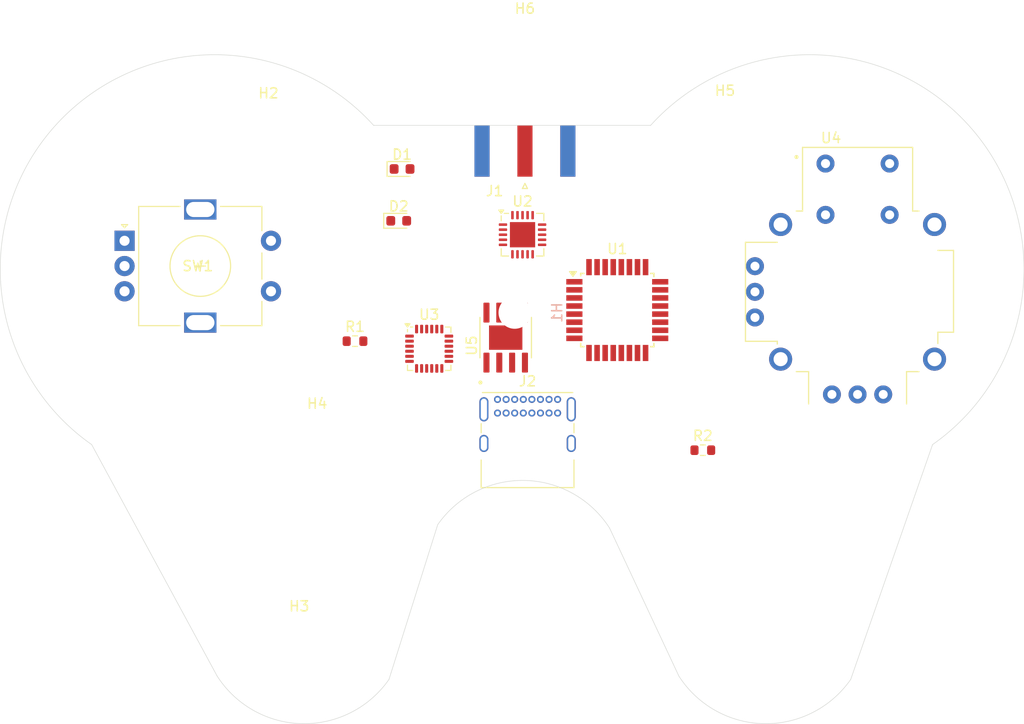
<source format=kicad_pcb>
(kicad_pcb (version 20240108) (generator "pcbnew") (generator_version "8.0")
  (layers (0 "F.Cu" signal) (31 "B.Cu" signal) (34 "B.Paste" user) (35 "F.Paste" user) (36 "B.SilkS" user "B.Silkscreen") (37 "F.SilkS" user "F.Silkscreen") (38 "B.Mask" user) (39 "F.Mask" user) (44 "Edge.Cuts" user))
  (net 0 "")
  (net 8 "Net-(U1-VCC-Pad4)")
  (net 11 "Net-(U1-GND-Pad21)")
  (net 54 "Net-(D1-K)")
  (net 55 "Net-(D1-A)")
  (net 56 "Net-(D2-K)")
  (net 78 "Net-(D2-A)")
  (net 87 "Net-(J2-VBUS-PadA4)")
  (net 91 "Net-(J2-GND-PadA1)")
  (net 106 "Net-(U4-SHIELD-PadS1)")
  (footprint "CREPP_Joysticks_SW:XDCR_COM-09032" (layer "F.Cu") (at 237.407777 117.321)
    (property "Reference" "U4" (at -2.625 -15.235 0) (layer "F.SilkS"))
    (property "Value" "COM-09032")
    (fp_line (start -11.1 -4.9) (end -7.95 -4.9) (stroke (width 0.127)) (layer "F.SilkS"))
    (fp_line (start -11.1 4.9) (end -11.1 -4.9) (stroke (width 0.127)) (layer "F.SilkS"))
    (fp_line (start -7.95 4.9) (end -11.1 4.9) (stroke (width 0.127)) (layer "F.SilkS"))
    (fp_line (start -7.95 5.17) (end -7.95 4.9) (stroke (width 0.127)) (layer "F.SilkS"))
    (fp_line (start -6.07 -8) (end -5.45 -8) (stroke (width 0.127)) (layer "F.SilkS"))
    (fp_line (start -5.45 -14.3) (end 5.45 -14.3) (stroke (width 0.127)) (layer "F.SilkS"))
    (fp_line (start -5.45 -8) (end -5.45 -14.3) (stroke (width 0.127)) (layer "F.SilkS"))
    (fp_line (start -4.85 7.9) (end -6.07 7.9) (stroke (width 0.127)) (layer "F.SilkS"))
    (fp_line (start -4.85 11.1) (end -4.85 7.9) (stroke (width 0.127)) (layer "F.SilkS"))
    (fp_line (start 4.85 7.9) (end 4.85 11.1) (stroke (width 0.127)) (layer "F.SilkS"))
    (fp_line (start 5.45 -14.3) (end 5.45 -8) (stroke (width 0.127)) (layer "F.SilkS"))
    (fp_line (start 5.45 -8) (end 6.08 -8) (stroke (width 0.127)) (layer "F.SilkS"))
    (fp_line (start 6.08 7.9) (end 4.85 7.9) (stroke (width 0.127)) (layer "F.SilkS"))
    (fp_line (start 7.95 -4.1) (end 9.5 -4.1) (stroke (width 0.127)) (layer "F.SilkS"))
    (fp_line (start 7.95 4) (end 7.95 5.12) (stroke (width 0.127)) (layer "F.SilkS"))
    (fp_line (start 9.5 -4.1) (end 9.5 4) (stroke (width 0.127)) (layer "F.SilkS"))
    (fp_line (start 9.5 4) (end 7.95 4) (stroke (width 0.127)) (layer "F.SilkS"))
    (fp_circle (center -6.05 -13.35) (end -5.95 -13.35) (stroke (width 0.2)) (fill none) (layer "F.SilkS"))
    (pad "B1A" thru_hole circle (at -3.175 -12.7) (size 1.778 1.778) (drill 0.9) (layers "*.Cu" "*.Mask"))
    (pad "B1B" thru_hole circle (at 3.175 -12.7) (size 1.778 1.778) (drill 0.9) (layers "*.Cu" "*.Mask"))
    (pad "B2A" thru_hole circle (at -3.175 -7.62) (size 1.778 1.778) (drill 0.9) (layers "*.Cu" "*.Mask"))
    (pad "B2B" thru_hole circle (at 3.175 -7.62) (size 1.778 1.778) (drill 0.9) (layers "*.Cu" "*.Mask"))
    (pad "H1" thru_hole circle (at -2.54 10.16) (size 1.778 1.778) (drill 0.889) (layers "*.Cu" "*.Mask"))
    (pad "H2" thru_hole circle (at 0 10.16) (size 1.778 1.778) (drill 0.889) (layers "*.Cu" "*.Mask"))
    (pad "H3" thru_hole circle (at 2.54 10.16) (size 1.778 1.778) (drill 0.889) (layers "*.Cu" "*.Mask"))
    (pad "S1" thru_hole circle (at -7.62 -6.6675) (size 2.286 2.286) (drill 1.397) (layers "*.Cu" "*.Mask") (net 106 "Net-(U4-SHIELD-PadS1)"))
    (pad "S2" thru_hole circle (at -7.62 6.6675) (size 2.286 2.286) (drill 1.397) (layers "*.Cu" "*.Mask") (net 106 "Net-(U4-SHIELD-PadS1)"))
    (pad "S3" thru_hole circle (at 7.62 6.6675) (size 2.286 2.286) (drill 1.397) (layers "*.Cu" "*.Mask") (net 106 "Net-(U4-SHIELD-PadS1)"))
    (pad "S4" thru_hole circle (at 7.62 -6.6675) (size 2.286 2.286) (drill 1.397) (layers "*.Cu" "*.Mask") (net 106 "Net-(U4-SHIELD-PadS1)"))
    (pad "V1" thru_hole circle (at -10.16 -2.54) (size 1.778 1.778) (drill 0.889) (layers "*.Cu" "*.Mask"))
    (pad "V2" thru_hole circle (at -10.16 0) (size 1.778 1.778) (drill 0.889) (layers "*.Cu" "*.Mask"))
    (pad "V3" thru_hole circle (at -10.16 2.54) (size 1.778 1.778) (drill 0.889) (layers "*.Cu" "*.Mask"))
  )
  (footprint "MountingHole:MountingHole_3.2mm_M3" (layer "F.Cu") (at 179.07 101.854)
    (property "Reference" "H2" (at 0 -4.2 0) (layer "F.SilkS"))
    (property "Value" "MountingHole")
    (pad "" np_thru_hole circle (at 0 0) (size 3.2 3.2) (drill 3.2) (layers "*.Cu" "*.Mask"))
  )
  (footprint "LED_SMD:LED_0603_1608Metric" (layer "F.Cu") (at 191.972 110.288)
    (property "Reference" "D2" (at 0 -1.43 0) (layer "F.SilkS"))
    (property "Value" "LED")
    (fp_line (start -1.485 -0.735) (end -1.485 0.735) (stroke (width 0.12)) (layer "F.SilkS"))
    (fp_line (start -1.485 0.735) (end 0.8 0.735) (stroke (width 0.12)) (layer "F.SilkS"))
    (fp_line (start 0.8 -0.735) (end -1.485 -0.735) (stroke (width 0.12)) (layer "F.SilkS"))
    (pad "1" smd roundrect (at -0.7875 0) (size 0.875 0.95) (layers "F.Cu" "F.Paste" "F.Mask") (net 56 "Net-(D2-K)"))
    (pad "2" smd roundrect (at 0.7875 0) (size 0.875 0.95) (layers "F.Cu" "F.Paste" "F.Mask") (net 78 "Net-(D2-A)"))
  )
  (footprint "CREPP:VIRTUAL_FOOTPRINT" (layer "F.Cu") (at 172.72 110.998 180)
    (property "Reference" "V1" (hide yes))
    (property "Value" "~" (hide yes))
  )
  (footprint "CREPP_RotaryEncoders:RotaryEncoder" (layer "F.Cu") (at 164.824 112.268)
    (property "Reference" "SW1" (at 7.25 2.5 0) (layer "F.SilkS"))
    (property "Value" "RotaryEncoder_Switch" (hide yes))
    (fp_line (start -0.3 -1.6) (end 0.3 -1.6) (stroke (width 0.12)) (layer "F.SilkS"))
    (fp_line (start 0 -1.3) (end -0.3 -1.6) (stroke (width 0.12)) (layer "F.SilkS"))
    (fp_line (start 0.3 -1.6) (end 0 -1.3) (stroke (width 0.12)) (layer "F.SilkS"))
    (fp_line (start 1.4 -3.4) (end 1.4 8.4) (stroke (width 0.12)) (layer "F.SilkS"))
    (fp_line (start 5.5 -3.4) (end 1.4 -3.4) (stroke (width 0.12)) (layer "F.SilkS"))
    (fp_line (start 5.5 8.4) (end 1.4 8.4) (stroke (width 0.12)) (layer "F.SilkS"))
    (fp_line (start 7 2.5) (end 8 2.5) (stroke (width 0.12)) (layer "F.SilkS"))
    (fp_line (start 7.5 2) (end 7.5 3) (stroke (width 0.12)) (layer "F.SilkS"))
    (fp_line (start 9.5 -3.4) (end 13.6 -3.4) (stroke (width 0.12)) (layer "F.SilkS"))
    (fp_line (start 13.6 -3.4) (end 13.6 -1) (stroke (width 0.12)) (layer "F.SilkS"))
    (fp_line (start 13.6 1.2) (end 13.6 3.8) (stroke (width 0.12)) (layer "F.SilkS"))
    (fp_line (start 13.6 6) (end 13.6 8.4) (stroke (width 0.12)) (layer "F.SilkS"))
    (fp_line (start 13.6 8.4) (end 9.5 8.4) (stroke (width 0.12)) (layer "F.SilkS"))
    (fp_circle (center 7.5 2.5) (end 10.5 2.5) (stroke (width 0.12)) (fill none) (layer "F.SilkS"))
    (pad "A" thru_hole rect (at 0 0) (size 2 2) (drill 1) (layers "*.Cu" "*.Mask"))
    (pad "B" thru_hole circle (at 0 5) (size 2 2) (drill 1) (layers "*.Cu" "*.Mask"))
    (pad "C" thru_hole circle (at 0 2.5) (size 2 2) (drill 1) (layers "*.Cu" "*.Mask"))
    (pad "MP" thru_hole rect (at 7.5 -3.1) (size 3.2 2) (drill oval 2.8 1.5) (layers "*.Cu" "*.Mask"))
    (pad "MP" thru_hole rect (at 7.5 8.1) (size 3.2 2) (drill oval 2.8 1.5) (layers "*.Cu" "*.Mask"))
    (pad "S1" thru_hole circle (at 14.5 5) (size 2 2) (drill 1) (layers "*.Cu" "*.Mask"))
    (pad "S2" thru_hole circle (at 14.5 0) (size 2 2) (drill 1) (layers "*.Cu" "*.Mask"))
  )
  (footprint "Package_DFN_QFN:QFN-20-1EP_4x4mm_P0.5mm_EP2.5x2.5mm" (layer "F.Cu") (at 204.232 111.6655)
    (property "Reference" "U2" (at 0 -3.3 0) (layer "F.SilkS"))
    (property "Value" "NRF24L01")
    (fp_line (start -2.11 -1.385) (end -2.11 -1.87) (stroke (width 0.12)) (layer "F.SilkS"))
    (fp_line (start -2.11 2.11) (end -2.11 1.385) (stroke (width 0.12)) (layer "F.SilkS"))
    (fp_line (start -1.385 -2.11) (end -1.81 -2.11) (stroke (width 0.12)) (layer "F.SilkS"))
    (fp_line (start -1.385 2.11) (end -2.11 2.11) (stroke (width 0.12)) (layer "F.SilkS"))
    (fp_line (start 1.385 -2.11) (end 2.11 -2.11) (stroke (width 0.12)) (layer "F.SilkS"))
    (fp_line (start 1.385 2.11) (end 2.11 2.11) (stroke (width 0.12)) (layer "F.SilkS"))
    (fp_line (start 2.11 -2.11) (end 2.11 -1.385) (stroke (width 0.12)) (layer "F.SilkS"))
    (fp_line (start 2.11 2.11) (end 2.11 1.385) (stroke (width 0.12)) (layer "F.SilkS"))
    (fp_poly (pts (xy -2.11 -2.11) (xy -2.35 -2.44) (xy -1.87 -2.44) (xy -2.11 -2.11)) (stroke (width 0.12)) (fill solid) (layer "F.SilkS"))
    (pad "1" smd roundrect (at -1.9375 -1) (size 0.825 0.25) (layers "F.Cu" "F.Paste" "F.Mask"))
    (pad "2" smd roundrect (at -1.9375 -0.5) (size 0.825 0.25) (layers "F.Cu" "F.Paste" "F.Mask"))
    (pad "3" smd roundrect (at -1.9375 0) (size 0.825 0.25) (layers "F.Cu" "F.Paste" "F.Mask"))
    (pad "4" smd roundrect (at -1.9375 0.5) (size 0.825 0.25) (layers "F.Cu" "F.Paste" "F.Mask"))
    (pad "5" smd roundrect (at -1.9375 1) (size 0.825 0.25) (layers "F.Cu" "F.Paste" "F.Mask"))
    (pad "6" smd roundrect (at -1 1.9375) (size 0.25 0.825) (layers "F.Cu" "F.Paste" "F.Mask"))
    (pad "7" smd roundrect (at -0.5 1.9375) (size 0.25 0.825) (layers "F.Cu" "F.Paste" "F.Mask"))
    (pad "8" smd roundrect (at 0 1.9375) (size 0.25 0.825) (layers "F.Cu" "F.Paste" "F.Mask"))
    (pad "9" smd roundrect (at 0.5 1.9375) (size 0.25 0.825) (layers "F.Cu" "F.Paste" "F.Mask"))
    (pad "10" smd roundrect (at 1 1.9375) (size 0.25 0.825) (layers "F.Cu" "F.Paste" "F.Mask"))
    (pad "11" smd roundrect (at 1.9375 1) (size 0.825 0.25) (layers "F.Cu" "F.Paste" "F.Mask"))
    (pad "12" smd roundrect (at 1.9375 0.5) (size 0.825 0.25) (layers "F.Cu" "F.Paste" "F.Mask"))
    (pad "13" smd roundrect (at 1.9375 0) (size 0.825 0.25) (layers "F.Cu" "F.Paste" "F.Mask"))
    (pad "14" smd roundrect (at 1.9375 -0.5) (size 0.825 0.25) (layers "F.Cu" "F.Paste" "F.Mask"))
    (pad "15" smd roundrect (at 1.9375 -1) (size 0.825 0.25) (layers "F.Cu" "F.Paste" "F.Mask"))
    (pad "16" smd roundrect (at 1 -1.9375) (size 0.25 0.825) (layers "F.Cu" "F.Paste" "F.Mask"))
    (pad "17" smd roundrect (at 0.5 -1.9375) (size 0.25 0.825) (layers "F.Cu" "F.Paste" "F.Mask"))
    (pad "18" smd roundrect (at 0 -1.9375) (size 0.25 0.825) (layers "F.Cu" "F.Paste" "F.Mask"))
    (pad "19" smd roundrect (at -0.5 -1.9375) (size 0.25 0.825) (layers "F.Cu" "F.Paste" "F.Mask"))
    (pad "20" smd roundrect (at -1 -1.9375) (size 0.25 0.825) (layers "F.Cu" "F.Paste" "F.Mask"))
    (pad "21" smd rect (at 0 0) (size 2.5 2.5) (property pad_prop_heatsink) (layers "F.Cu" "F.Mask"))
  )
  (footprint "CREPP_SMA:SMA_Amphenol_132289_EdgeMount" (layer "F.Cu") (at 204.47 103.378 90)
    (property "Reference" "J1" (at -3.96 -3 0) (layer "F.SilkS"))
    (property "Value" "Connecteur_SMA")
    (fp_line (start -3.71 -0.25) (end -3.71 0.25) (stroke (width 0.12)) (layer "F.SilkS"))
    (fp_line (start -3.21 0) (end -3.71 -0.25) (stroke (width 0.12)) (layer "F.SilkS"))
    (fp_line (start -3.71 0.25) (end -3.21 0) (stroke (width 0.12)) (layer "F.SilkS"))
    (pad "1" smd rect (at 0 0 180) (size 1.5 5.08) (layers "F.Cu" "F.Paste" "F.Mask"))
    (pad "2" smd rect (at 0 -4.25 180) (size 1.5 5.08) (layers "F.Cu" "F.Paste" "F.Mask"))
    (pad "2" smd rect (at 0 -4.25 180) (size 1.5 5.08) (layers "B.Cu" "B.Paste" "B.Mask"))
    (pad "2" smd rect (at 0 4.25 180) (size 1.5 5.08) (layers "F.Cu" "F.Paste" "F.Mask"))
    (pad "2" smd rect (at 0 4.25 180) (size 1.5 5.08) (layers "B.Cu" "B.Paste" "B.Mask"))
  )
  (footprint "Sensor_Motion:InvenSense_QFN-24_4x4mm_P0.5mm" (layer "F.Cu") (at 194.99 122.956)
    (property "Reference" "U3" (at 0 -3.375 0) (layer "F.SilkS"))
    (property "Value" "MPU-6050")
    (fp_line (start -2.15 -1.685) (end -2.15 -1.91) (stroke (width 0.12)) (layer "F.SilkS"))
    (fp_line (start -2.15 2.15) (end -2.15 1.625) (stroke (width 0.12)) (layer "F.SilkS"))
    (fp_line (start -2.15 2.15) (end -1.625 2.15) (stroke (width 0.12)) (layer "F.SilkS"))
    (fp_line (start -1.625 -2.15) (end -1.85 -2.15) (stroke (width 0.12)) (layer "F.SilkS"))
    (fp_line (start 2.15 -2.15) (end 1.625 -2.15) (stroke (width 0.12)) (layer "F.SilkS"))
    (fp_line (start 2.15 -2.15) (end 2.15 -1.625) (stroke (width 0.12)) (layer "F.SilkS"))
    (fp_line (start 2.15 2.15) (end 1.625 2.15) (stroke (width 0.12)) (layer "F.SilkS"))
    (fp_line (start 2.15 2.15) (end 2.15 1.625) (stroke (width 0.12)) (layer "F.SilkS"))
    (fp_poly (pts (xy -2.15 -2.15) (xy -2.39 -2.48) (xy -1.91 -2.48) (xy -2.15 -2.15)) (stroke (width 0.12)) (fill solid) (layer "F.SilkS"))
    (pad "1" smd roundrect (at -1.95 -1.25) (size 0.85 0.3) (layers "F.Cu" "F.Paste" "F.Mask"))
    (pad "2" smd roundrect (at -1.95 -0.75) (size 0.85 0.3) (layers "F.Cu" "F.Paste" "F.Mask"))
    (pad "3" smd roundrect (at -1.95 -0.25) (size 0.85 0.3) (layers "F.Cu" "F.Paste" "F.Mask"))
    (pad "4" smd roundrect (at -1.95 0.25) (size 0.85 0.3) (layers "F.Cu" "F.Paste" "F.Mask"))
    (pad "5" smd roundrect (at -1.95 0.75) (size 0.85 0.3) (layers "F.Cu" "F.Paste" "F.Mask"))
    (pad "6" smd roundrect (at -1.95 1.25) (size 0.85 0.3) (layers "F.Cu" "F.Paste" "F.Mask"))
    (pad "7" smd roundrect (at -1.25 1.95 90) (size 0.85 0.3) (layers "F.Cu" "F.Paste" "F.Mask"))
    (pad "8" smd roundrect (at -0.75 1.95 90) (size 0.85 0.3) (layers "F.Cu" "F.Paste" "F.Mask"))
    (pad "9" smd roundrect (at -0.25 1.95 90) (size 0.85 0.3) (layers "F.Cu" "F.Paste" "F.Mask"))
    (pad "10" smd roundrect (at 0.25 1.95 90) (size 0.85 0.3) (layers "F.Cu" "F.Paste" "F.Mask"))
    (pad "11" smd roundrect (at 0.75 1.95 90) (size 0.85 0.3) (layers "F.Cu" "F.Paste" "F.Mask"))
    (pad "12" smd roundrect (at 1.25 1.95 90) (size 0.85 0.3) (layers "F.Cu" "F.Paste" "F.Mask"))
    (pad "13" smd roundrect (at 1.95 1.25) (size 0.85 0.3) (layers "F.Cu" "F.Paste" "F.Mask"))
    (pad "14" smd roundrect (at 1.95 0.75) (size 0.85 0.3) (layers "F.Cu" "F.Paste" "F.Mask"))
    (pad "15" smd roundrect (at 1.95 0.25) (size 0.85 0.3) (layers "F.Cu" "F.Paste" "F.Mask"))
    (pad "16" smd roundrect (at 1.95 -0.25) (size 0.85 0.3) (layers "F.Cu" "F.Paste" "F.Mask"))
    (pad "17" smd roundrect (at 1.95 -0.75) (size 0.85 0.3) (layers "F.Cu" "F.Paste" "F.Mask"))
    (pad "18" smd roundrect (at 1.95 -1.25) (size 0.85 0.3) (layers "F.Cu" "F.Paste" "F.Mask"))
    (pad "19" smd roundrect (at 1.25 -1.95 90) (size 0.85 0.3) (layers "F.Cu" "F.Paste" "F.Mask"))
    (pad "20" smd roundrect (at 0.75 -1.95 90) (size 0.85 0.3) (layers "F.Cu" "F.Paste" "F.Mask"))
    (pad "21" smd roundrect (at 0.25 -1.95 90) (size 0.85 0.3) (layers "F.Cu" "F.Paste" "F.Mask"))
    (pad "22" smd roundrect (at -0.25 -1.95 90) (size 0.85 0.3) (layers "F.Cu" "F.Paste" "F.Mask"))
    (pad "23" smd roundrect (at -0.75 -1.95 90) (size 0.85 0.3) (layers "F.Cu" "F.Paste" "F.Mask"))
    (pad "24" smd roundrect (at -1.25 -1.95 90) (size 0.85 0.3) (layers "F.Cu" "F.Paste" "F.Mask"))
  )
  (footprint "MountingHole:MountingHole_3.2mm_M3" (layer "F.Cu") (at 224.282 101.6)
    (property "Reference" "H5" (at 0 -4.2 0) (layer "F.SilkS"))
    (property "Value" "MountingHole")
    (pad "" np_thru_hole circle (at 0 0) (size 3.2 3.2) (drill 3.2) (layers "*.Cu" "*.Mask"))
  )
  (footprint "Resistor_SMD:R_0603_1608Metric" (layer "F.Cu") (at 187.6435 122.206)
    (property "Reference" "R1" (at 0 -1.43 0) (layer "F.SilkS"))
    (property "Value" "270")
    (fp_line (start -0.237258 -0.5225) (end 0.237258 -0.5225) (stroke (width 0.12)) (layer "F.SilkS"))
    (fp_line (start -0.237258 0.5225) (end 0.237258 0.5225) (stroke (width 0.12)) (layer "F.SilkS"))
    (pad "1" smd roundrect (at -0.825 0) (size 0.8 0.95) (layers "F.Cu" "F.Paste" "F.Mask"))
    (pad "2" smd roundrect (at 0.825 0) (size 0.8 0.95) (layers "F.Cu" "F.Paste" "F.Mask") (net 55 "Net-(D1-A)"))
  )
  (footprint "MountingHole:MountingHole_3.2mm_M3" (layer "F.Cu") (at 204.47 93.472)
    (property "Reference" "H6" (at 0 -4.2 0) (layer "F.SilkS"))
    (property "Value" "MountingHole")
    (pad "" np_thru_hole circle (at 0 0) (size 3.2 3.2) (drill 3.2) (layers "*.Cu" "*.Mask"))
  )
  (footprint "Package_QFP:TQFP-32_7x7mm_P0.8mm" (layer "F.Cu") (at 213.614 119.126)
    (property "Reference" "U1" (at 0 -6.05 0) (layer "F.SilkS"))
    (property "Value" "ATmega328P-A")
    (fp_line (start -3.625 -3.625) (end -3.625 -3.4) (stroke (width 0.15)) (layer "F.SilkS"))
    (fp_line (start -3.625 -3.625) (end -3.3 -3.625) (stroke (width 0.15)) (layer "F.SilkS"))
    (fp_line (start -3.625 3.625) (end -3.625 3.3) (stroke (width 0.15)) (layer "F.SilkS"))
    (fp_line (start -3.625 3.625) (end -3.3 3.625) (stroke (width 0.15)) (layer "F.SilkS"))
    (fp_line (start 3.625 -3.625) (end 3.3 -3.625) (stroke (width 0.15)) (layer "F.SilkS"))
    (fp_line (start 3.625 -3.625) (end 3.625 -3.3) (stroke (width 0.15)) (layer "F.SilkS"))
    (fp_line (start 3.625 3.625) (end 3.3 3.625) (stroke (width 0.15)) (layer "F.SilkS"))
    (fp_line (start 3.625 3.625) (end 3.625 3.3) (stroke (width 0.15)) (layer "F.SilkS"))
    (fp_poly (pts (xy -4.39 -3.34) (xy -4.73 -3.81) (xy -4.05 -3.81) (xy -4.39 -3.34)) (stroke (width 0.12)) (fill solid) (layer "F.SilkS"))
    (pad "1" smd rect (at -4.25 -2.8) (size 1.6 0.55) (layers "F.Cu" "F.Paste" "F.Mask"))
    (pad "2" smd rect (at -4.25 -2) (size 1.6 0.55) (layers "F.Cu" "F.Paste" "F.Mask"))
    (pad "3" smd rect (at -4.25 -1.2) (size 1.6 0.55) (layers "F.Cu" "F.Paste" "F.Mask") (net 11 "Net-(U1-GND-Pad21)"))
    (pad "4" smd rect (at -4.25 -0.4) (size 1.6 0.55) (layers "F.Cu" "F.Paste" "F.Mask") (net 8 "Net-(U1-VCC-Pad4)"))
    (pad "5" smd rect (at -4.25 0.4) (size 1.6 0.55) (layers "F.Cu" "F.Paste" "F.Mask") (net 11 "Net-(U1-GND-Pad21)"))
    (pad "6" smd rect (at -4.25 1.2) (size 1.6 0.55) (layers "F.Cu" "F.Paste" "F.Mask") (net 8 "Net-(U1-VCC-Pad4)"))
    (pad "7" smd rect (at -4.25 2) (size 1.6 0.55) (layers "F.Cu" "F.Paste" "F.Mask"))
    (pad "8" smd rect (at -4.25 2.8) (size 1.6 0.55) (layers "F.Cu" "F.Paste" "F.Mask"))
    (pad "9" smd rect (at -2.8 4.25 90) (size 1.6 0.55) (layers "F.Cu" "F.Paste" "F.Mask"))
    (pad "10" smd rect (at -2 4.25 90) (size 1.6 0.55) (layers "F.Cu" "F.Paste" "F.Mask"))
    (pad "11" smd rect (at -1.2 4.25 90) (size 1.6 0.55) (layers "F.Cu" "F.Paste" "F.Mask"))
    (pad "12" smd rect (at -0.4 4.25 90) (size 1.6 0.55) (layers "F.Cu" "F.Paste" "F.Mask"))
    (pad "13" smd rect (at 0.4 4.25 90) (size 1.6 0.55) (layers "F.Cu" "F.Paste" "F.Mask"))
    (pad "14" smd rect (at 1.2 4.25 90) (size 1.6 0.55) (layers "F.Cu" "F.Paste" "F.Mask"))
    (pad "15" smd rect (at 2 4.25 90) (size 1.6 0.55) (layers "F.Cu" "F.Paste" "F.Mask"))
    (pad "16" smd rect (at 2.8 4.25 90) (size 1.6 0.55) (layers "F.Cu" "F.Paste" "F.Mask"))
    (pad "17" smd rect (at 4.25 2.8) (size 1.6 0.55) (layers "F.Cu" "F.Paste" "F.Mask"))
    (pad "18" smd rect (at 4.25 2) (size 1.6 0.55) (layers "F.Cu" "F.Paste" "F.Mask"))
    (pad "19" smd rect (at 4.25 1.2) (size 1.6 0.55) (layers "F.Cu" "F.Paste" "F.Mask"))
    (pad "20" smd rect (at 4.25 0.4) (size 1.6 0.55) (layers "F.Cu" "F.Paste" "F.Mask"))
    (pad "21" smd rect (at 4.25 -0.4) (size 1.6 0.55) (layers "F.Cu" "F.Paste" "F.Mask") (net 11 "Net-(U1-GND-Pad21)"))
    (pad "22" smd rect (at 4.25 -1.2) (size 1.6 0.55) (layers "F.Cu" "F.Paste" "F.Mask"))
    (pad "23" smd rect (at 4.25 -2) (size 1.6 0.55) (layers "F.Cu" "F.Paste" "F.Mask"))
    (pad "24" smd rect (at 4.25 -2.8) (size 1.6 0.55) (layers "F.Cu" "F.Paste" "F.Mask"))
    (pad "25" smd rect (at 2.8 -4.25 90) (size 1.6 0.55) (layers "F.Cu" "F.Paste" "F.Mask"))
    (pad "26" smd rect (at 2 -4.25 90) (size 1.6 0.55) (layers "F.Cu" "F.Paste" "F.Mask"))
    (pad "27" smd rect (at 1.2 -4.25 90) (size 1.6 0.55) (layers "F.Cu" "F.Paste" "F.Mask"))
    (pad "28" smd rect (at 0.4 -4.25 90) (size 1.6 0.55) (layers "F.Cu" "F.Paste" "F.Mask"))
    (pad "29" smd rect (at -0.4 -4.25 90) (size 1.6 0.55) (layers "F.Cu" "F.Paste" "F.Mask"))
    (pad "30" smd rect (at -1.2 -4.25 90) (size 1.6 0.55) (layers "F.Cu" "F.Paste" "F.Mask"))
    (pad "31" smd rect (at -2 -4.25 90) (size 1.6 0.55) (layers "F.Cu" "F.Paste" "F.Mask"))
    (pad "32" smd rect (at -2.8 -4.25 90) (size 1.6 0.55) (layers "F.Cu" "F.Paste" "F.Mask"))
  )
  (footprint "CREPP_BMS:SOP127P600X175-9N" (layer "F.Cu") (at 202.565 121.855 90)
    (property "Reference" "U5" (at -0.795 -3.362 -90) (layer "F.SilkS"))
    (property "Value" "TP4056")
    (fp_line (start -2 -2.55) (end 2 -2.55) (stroke (width 0.127)) (layer "F.SilkS"))
    (fp_line (start -2 2.55) (end 2 2.55) (stroke (width 0.127)) (layer "F.SilkS"))
    (fp_circle (center -4.445 -2.505) (end -4.345 -2.505) (stroke (width 0.2)) (fill none) (layer "F.SilkS"))
    (pad "1" smd roundrect (at -2.475 -1.905 90) (size 1.97 0.6) (layers "F.Cu" "F.Paste" "F.Mask") (roundrect_rratio 0.125))
    (pad "2" smd roundrect (at -2.475 -0.635 90) (size 1.97 0.6) (layers "F.Cu" "F.Paste" "F.Mask") (roundrect_rratio 0.125))
    (pad "3" smd roundrect (at -2.475 0.635 90) (size 1.97 0.6) (layers "F.Cu" "F.Paste" "F.Mask") (roundrect_rratio 0.125))
    (pad "4" smd roundrect (at -2.475 1.905 90) (size 1.97 0.6) (layers "F.Cu" "F.Paste" "F.Mask") (roundrect_rratio 0.125))
    (pad "5" smd roundrect (at 2.475 1.905 90) (size 1.97 0.6) (layers "F.Cu" "F.Paste" "F.Mask") (roundrect_rratio 0.125))
    (pad "6" smd roundrect (at 2.475 0.635 90) (size 1.97 0.6) (layers "F.Cu" "F.Paste" "F.Mask") (roundrect_rratio 0.125) (net 54 "Net-(D1-K)"))
    (pad "7" smd roundrect (at 2.475 -0.635 90) (size 1.97 0.6) (layers "F.Cu" "F.Paste" "F.Mask") (roundrect_rratio 0.125) (net 56 "Net-(D2-K)"))
    (pad "8" smd roundrect (at 2.475 -1.905 90) (size 1.97 0.6) (layers "F.Cu" "F.Paste" "F.Mask") (roundrect_rratio 0.125))
    (pad "9" smd rect (at 0 0 90) (size 2.413 3.302) (layers "F.Cu" "F.Mask"))
  )
  (footprint "MountingHole:MountingHole_3.2mm_M3" (layer "F.Cu") (at 182.118 152.654)
    (property "Reference" "H3" (at 0 -4.2 0) (layer "F.SilkS"))
    (property "Value" "MountingHole")
    (pad "" np_thru_hole circle (at 0 0) (size 3.2 3.2) (drill 3.2) (layers "*.Cu" "*.Mask"))
  )
  (footprint "Resistor_SMD:R_0603_1608Metric" (layer "F.Cu") (at 222.083223 133.0025)
    (property "Reference" "R2" (at 0 -1.43 0) (layer "F.SilkS"))
    (property "Value" "270")
    (fp_line (start -0.237258 -0.5225) (end 0.237258 -0.5225) (stroke (width 0.12)) (layer "F.SilkS"))
    (fp_line (start -0.237258 0.5225) (end 0.237258 0.5225) (stroke (width 0.12)) (layer "F.SilkS"))
    (pad "1" smd roundrect (at -0.825 0) (size 0.8 0.95) (layers "F.Cu" "F.Paste" "F.Mask"))
    (pad "2" smd roundrect (at 0.825 0) (size 0.8 0.95) (layers "F.Cu" "F.Paste" "F.Mask") (net 78 "Net-(D2-A)"))
  )
  (footprint "LED_SMD:LED_0603_1608Metric" (layer "F.Cu") (at 192.3035 105.156)
    (property "Reference" "D1" (at 0 -1.43 0) (layer "F.SilkS"))
    (property "Value" "LED")
    (fp_line (start -1.485 -0.735) (end -1.485 0.735) (stroke (width 0.12)) (layer "F.SilkS"))
    (fp_line (start -1.485 0.735) (end 0.8 0.735) (stroke (width 0.12)) (layer "F.SilkS"))
    (fp_line (start 0.8 -0.735) (end -1.485 -0.735) (stroke (width 0.12)) (layer "F.SilkS"))
    (pad "1" smd roundrect (at -0.7875 0) (size 0.875 0.95) (layers "F.Cu" "F.Paste" "F.Mask") (net 54 "Net-(D1-K)"))
    (pad "2" smd roundrect (at 0.7875 0) (size 0.875 0.95) (layers "F.Cu" "F.Paste" "F.Mask") (net 55 "Net-(D1-A)"))
  )
  (footprint "MountingHole:MountingHole_3.2mm_M3" (layer "F.Cu") (at 183.896 132.588)
    (property "Reference" "H4" (at 0 -4.2 0) (layer "F.SilkS"))
    (property "Value" "MountingHole")
    (pad "" np_thru_hole circle (at 0 0) (size 3.2 3.2) (drill 3.2) (layers "*.Cu" "*.Mask"))
  )
  (footprint "CREPP_Screens:SSD1306_OLED_Display_VIRTUAL_128_64" (layer "F.Cu") (at 204.47 107.95)
    (property "Reference" "OLED1" (hide yes))
    (property "Value" "~")
  )
  (footprint "CREPP_Connectors_USB:USB_C_Receptacle_GCT_USB4085" (layer "F.Cu") (at 201.756 127.974)
    (property "Reference" "J2" (at 2.975 -1.8 0) (layer "F.SilkS"))
    (property "Value" "USB_C_Receptacle")
    (fp_line (start -1.62 2.4) (end -1.62 3.3) (stroke (width 0.12)) (layer "F.SilkS"))
    (fp_line (start -1.62 6) (end -1.62 8.73) (stroke (width 0.12)) (layer "F.SilkS"))
    (fp_line (start -1.62 8.73) (end 7.57 8.73) (stroke (width 0.12)) (layer "F.SilkS"))
    (fp_line (start -1.5 -0.68) (end 7.45 -0.68) (stroke (width 0.12)) (layer "F.SilkS"))
    (fp_line (start 7.57 2.4) (end 7.57 3.3) (stroke (width 0.12)) (layer "F.SilkS"))
    (fp_line (start 7.57 6) (end 7.57 8.73) (stroke (width 0.12)) (layer "F.SilkS"))
    (pad "A1" thru_hole circle (at 0 0) (size 0.7 0.7) (drill 0.4) (layers "*.Cu" "*.Mask") (net 91 "Net-(J2-GND-PadA1)"))
    (pad "A4" thru_hole circle (at 0.85 0) (size 0.7 0.7) (drill 0.4) (layers "*.Cu" "*.Mask") (net 87 "Net-(J2-VBUS-PadA4)"))
    (pad "A5" thru_hole circle (at 1.7 0) (size 0.7 0.7) (drill 0.4) (layers "*.Cu" "*.Mask"))
    (pad "A6" thru_hole circle (at 2.55 0) (size 0.7 0.7) (drill 0.4) (layers "*.Cu" "*.Mask"))
    (pad "A7" thru_hole circle (at 3.4 0) (size 0.7 0.7) (drill 0.4) (layers "*.Cu" "*.Mask"))
    (pad "A8" thru_hole circle (at 4.25 0) (size 0.7 0.7) (drill 0.4) (layers "*.Cu" "*.Mask"))
    (pad "A9" thru_hole circle (at 5.1 0) (size 0.7 0.7) (drill 0.4) (layers "*.Cu" "*.Mask") (net 87 "Net-(J2-VBUS-PadA4)"))
    (pad "A12" thru_hole circle (at 5.95 0) (size 0.7 0.7) (drill 0.4) (layers "*.Cu" "*.Mask") (net 91 "Net-(J2-GND-PadA1)"))
    (pad "B1" thru_hole circle (at 5.95 1.35) (size 0.7 0.7) (drill 0.4) (layers "*.Cu" "*.Mask") (net 91 "Net-(J2-GND-PadA1)"))
    (pad "B4" thru_hole circle (at 5.1 1.35) (size 0.7 0.7) (drill 0.4) (layers "*.Cu" "*.Mask") (net 87 "Net-(J2-VBUS-PadA4)"))
    (pad "B5" thru_hole circle (at 4.25 1.35) (size 0.7 0.7) (drill 0.4) (layers "*.Cu" "*.Mask"))
    (pad "B6" thru_hole circle (at 3.4 1.35) (size 0.7 0.7) (drill 0.4) (layers "*.Cu" "*.Mask"))
    (pad "B7" thru_hole circle (at 2.55 1.35) (size 0.7 0.7) (drill 0.4) (layers "*.Cu" "*.Mask"))
    (pad "B8" thru_hole circle (at 1.7 1.35) (size 0.7 0.7) (drill 0.4) (layers "*.Cu" "*.Mask"))
    (pad "B9" thru_hole circle (at 0.85 1.35) (size 0.7 0.7) (drill 0.4) (layers "*.Cu" "*.Mask") (net 87 "Net-(J2-VBUS-PadA4)"))
    (pad "B12" thru_hole circle (at 0 1.35) (size 0.7 0.7) (drill 0.4) (layers "*.Cu" "*.Mask") (net 91 "Net-(J2-GND-PadA1)"))
    (pad "S1" thru_hole oval (at -1.35 0.98) (size 0.9 2.4) (drill oval 0.6 2.1) (layers "*.Cu" "*.Mask"))
    (pad "S1" thru_hole oval (at -1.35 4.36) (size 0.9 1.7) (drill oval 0.6 1.4) (layers "*.Cu" "*.Mask"))
    (pad "S1" thru_hole oval (at 7.3 0.98) (size 0.9 2.4) (drill oval 0.6 2.1) (layers "*.Cu" "*.Mask"))
    (pad "S1" thru_hole oval (at 7.3 4.36) (size 0.9 1.7) (drill oval 0.6 1.4) (layers "*.Cu" "*.Mask"))
  )
  (footprint "MountingHole:MountingHole_3.2mm_M3" (layer "B.Cu") (at 203.454 119.38 90)
    (property "Reference" "H1" (at 0 4.2 -90) (layer "B.SilkS") (effects (justify mirror)))
    (property "Value" "MountingHole")
    (pad "" np_thru_hole circle (at 0 0 90) (size 3.2 3.2) (drill 3.2) (layers "*.Cu" "*.Mask"))
  )
  (gr_arc (start 216.916 100.838) (mid 248.569342 101.014161) (end 244.833322 132.446743) (stroke (width 0.05)) (layer "Edge.Cuts"))
  (gr_line (start 161.566678 132.446745) (end 173.989512 155.363405) (stroke (width 0.05)) (layer "Edge.Cuts"))
  (gr_line (start 195.833512 140.377405) (end 191.008 155.702) (stroke (width 0.05)) (layer "Edge.Cuts"))
  (gr_arc (start 236.728 155.702) (mid 228.128237 160.082369) (end 219.709512 155.363405) (stroke (width 0.05)) (layer "Edge.Cuts"))
  (gr_arc (start 161.566678 132.446745) (mid 157.830657 101.014162) (end 189.483999 100.838001) (stroke (width 0.05)) (layer "Edge.Cuts"))
  (gr_arc (start 191.008 155.702) (mid 182.408237 160.082369) (end 173.989512 155.363405) (stroke (width 0.05)) (layer "Edge.Cuts"))
  (gr_line (start 244.833321 132.446744) (end 236.728 155.702) (stroke (width 0.05)) (layer "Edge.Cuts"))
  (gr_line (start 212.852 140.716) (end 219.709512 155.363405) (stroke (width 0.05)) (layer "Edge.Cuts"))
  (gr_arc (start 195.833512 140.377405) (mid 204.433275 135.997036) (end 212.852 140.716) (stroke (width 0.05)) (layer "Edge.Cuts"))
  (gr_line (start 189.483999 100.838001) (end 216.916 100.838) (stroke (width 0.05)) (layer "Edge.Cuts"))
)
</source>
